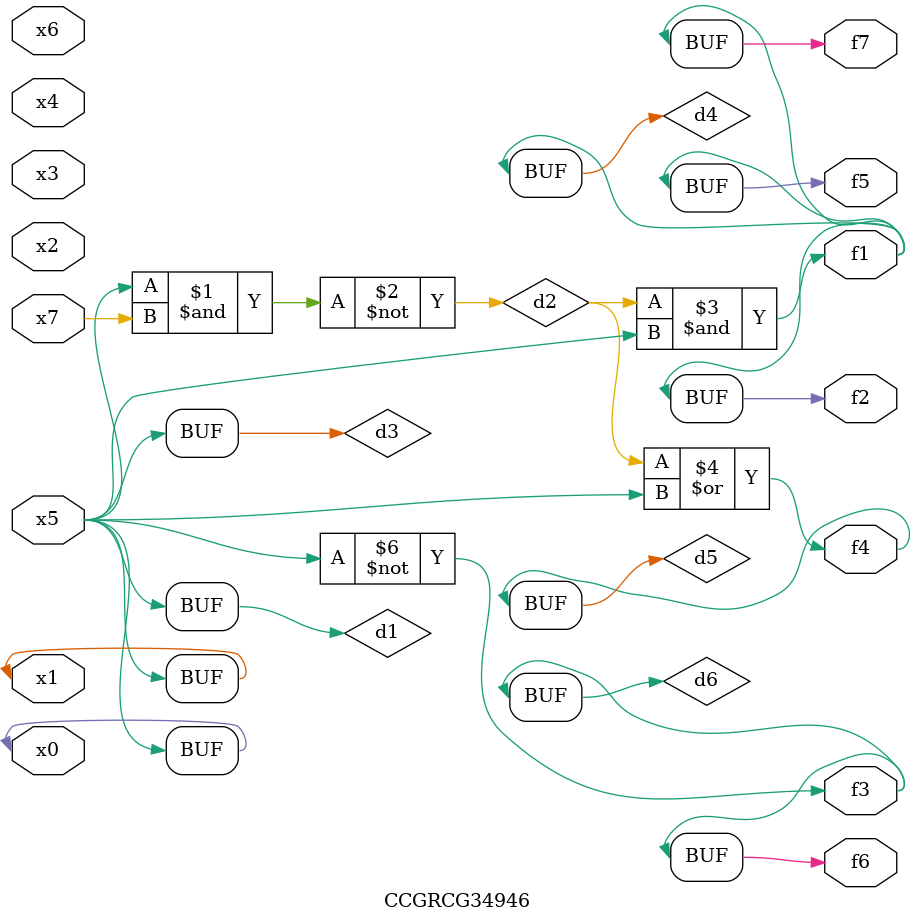
<source format=v>
module CCGRCG34946(
	input x0, x1, x2, x3, x4, x5, x6, x7,
	output f1, f2, f3, f4, f5, f6, f7
);

	wire d1, d2, d3, d4, d5, d6;

	buf (d1, x0, x5);
	nand (d2, x5, x7);
	buf (d3, x0, x1);
	and (d4, d2, d3);
	or (d5, d2, d3);
	nor (d6, d1, d3);
	assign f1 = d4;
	assign f2 = d4;
	assign f3 = d6;
	assign f4 = d5;
	assign f5 = d4;
	assign f6 = d6;
	assign f7 = d4;
endmodule

</source>
